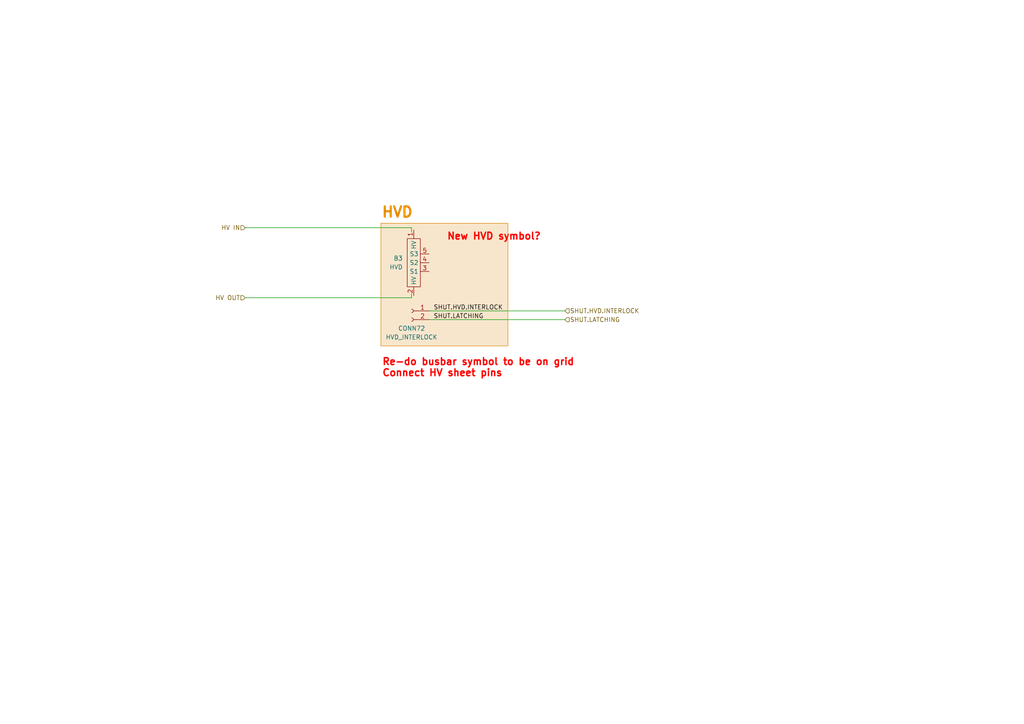
<source format=kicad_sch>
(kicad_sch (version 20231120) (generator "eeschema") (generator_version "8.0")
  (paper "A4")
  (lib_symbols
    (symbol "Connector:Conn_01x02_Socket" (pin_names (offset 1.016) hide)
      (property "Reference" "J" (at 0 2.54 0))
      (property "Value" "Conn_01x02_Socket" (at 0 -5.08 0))
      (symbol "Conn_01x02_Socket_1_1"
        (arc (start 0 -2.032) (mid -0.5058 -2.54) (end 0 -3.048) (stroke (width 0.1524)))
        (polyline (pts (xy -1.27 -2.54) (xy -0.508 -2.54)) (stroke (width 0.1524)))
        (polyline (pts (xy -1.27 0) (xy -0.508 0)) (stroke (width 0.1524)))
        (arc (start 0 0.508) (mid -0.5058 0) (end 0 -0.508) (stroke (width 0.1524)))
        (pin passive line (at -5.08 0 0) (length 3.81) (name "Pin_1") (number "1"))
        (pin passive line (at -5.08 -2.54 0) (length 3.81) (name "Pin_2") (number "2"))
      )
    )
    (symbol "Connectors_SUFST:Bus_Bar"
      (property "Reference" "B" (at 0 1.27 0))
      (symbol "Bus_Bar_0_1"
        (rectangle (start -6.985 -2.54) (end 6.985 -6.35))
      )
      (symbol "Bus_Bar_1_1"
        (pin input line (at 9.525 -4.445 180) (length 2.54) (name "HV") (number "1"))
        (pin input line (at -9.525 -4.445 0) (length 2.54) (name "HV") (number "2"))
        (pin input line (at -2.54 -8.89 90) (length 2.54) (name "S1") (number "3"))
        (pin input line (at 0 -8.89 90) (length 2.54) (name "S2") (number "4"))
        (pin input line (at 2.54 -8.89 90) (length 2.54) (name "S3") (number "5"))
      )
    )
  )
  (wire (pts (xy 124.46 90.17) (xy 163.83 90.17)))
  (wire (pts (xy 119.38 66.04) (xy 119.38 67.31)))
  (wire (pts (xy 71.12 86.36) (xy 119.38 86.36)))
  (wire (pts (xy 124.46 92.71) (xy 163.83 92.71)))
  (wire (pts (xy 119.38 86.36) (xy 119.38 85.09)))
  (wire (pts (xy 71.12 66.04) (xy 119.38 66.04)))
  (rectangle (start 110.49 64.77) (end 147.32 100.33) (stroke (width 0) (color 221 133 0 1)) (fill (type color) (color 221 133 0 0.2)))
  (text "New HVD symbol?" (at 129.54 69.85 0) (effects (font (size 2 2) (thickness 0.4) (bold yes)) (justify left bottom)))
  (text "HVD" (at 110.49 63.5 0) (effects (font (size 3 3) (thickness 0.6) (bold yes)) (justify left bottom)))
  (text "Re-do busbar symbol to be on grid\nConnect HV sheet pins" (at 110.744 109.474 0) (effects (font (size 2 2) (thickness 0.4) (bold yes)) (justify left bottom)))
  (label "SHUT.LATCHING" (at 125.73 92.71 0))
  (label "SHUT.HVD.INTERLOCK" (at 125.73 90.17 0))
  (hierarchical_label "SHUT.HVD.INTERLOCK" (shape input) (at 163.83 90.17 0))
  (hierarchical_label "HV OUT" (shape input) (at 71.12 86.36 180))
  (hierarchical_label "SHUT.LATCHING" (shape input) (at 163.83 92.71 0))
  (hierarchical_label "HV IN" (shape input) (at 71.12 66.04 180))
  (symbol (lib_id "Connector:Conn_01x02_Socket") (at 119.38 90.17 0) (mirror y) (unit 1)
    (property "Reference" "CONN72" (at 119.38 95.25 0))
    (property "Value" "HVD_INTERLOCK" (at 119.38 97.79 0))
  )
  (symbol (lib_id "Connectors_SUFST:Bus_Bar") (at 115.57 76.2 90) (unit 1)
    (property "Reference" "B3" (at 116.84 74.93 90) (effects (justify left)))
    (property "Value" "HVD" (at 116.84 77.47 90) (effects (justify left)))
  )
)
</source>
